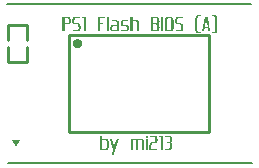
<source format=gto>
G04 Layer: TopSilkLayer*
G04 EasyEDA v6.4.19.4, 2021-05-22T17:12:30+02:00*
G04 60ca6d144bf64f37953a992c9f1d910e,8dc9eacff13444d6b60fd3cb587e6cd5,10*
G04 Gerber Generator version 0.2*
G04 Scale: 100 percent, Rotated: No, Reflected: No *
G04 Dimensions in inches *
G04 leading zeros omitted , absolute positions ,3 integer and 6 decimal *
%FSLAX36Y36*%
%MOIN*%

%ADD10C,0.0100*%
%ADD15C,0.0050*%
%ADD16C,0.0157*%

%LPD*%
G36*
X1153400Y-646400D02*
G01*
X1153400Y-649800D01*
X1158700Y-649800D01*
X1160240Y-649960D01*
X1161480Y-650460D01*
X1162400Y-651260D01*
X1163000Y-652400D01*
X1163360Y-653800D01*
X1163760Y-656840D01*
X1163760Y-696500D01*
X1163360Y-699539D01*
X1163000Y-700900D01*
X1162400Y-702039D01*
X1161480Y-702840D01*
X1160240Y-703340D01*
X1158700Y-703500D01*
X1153400Y-703500D01*
X1153400Y-706900D01*
X1163900Y-706900D01*
X1165500Y-706680D01*
X1166880Y-706060D01*
X1168040Y-704980D01*
X1169000Y-703500D01*
X1169780Y-701760D01*
X1170340Y-700020D01*
X1170680Y-698300D01*
X1170800Y-696600D01*
X1170800Y-656700D01*
X1170680Y-655000D01*
X1170340Y-653280D01*
X1169780Y-651540D01*
X1169000Y-649800D01*
X1168040Y-648319D01*
X1166880Y-647240D01*
X1165500Y-646620D01*
X1163900Y-646400D01*
G37*
G36*
X1105000Y-646400D02*
G01*
X1103360Y-646620D01*
X1101940Y-647240D01*
X1100760Y-648319D01*
X1099800Y-649800D01*
X1099060Y-651540D01*
X1098520Y-653280D01*
X1098200Y-655000D01*
X1098100Y-656700D01*
X1098100Y-696600D01*
X1098200Y-698300D01*
X1098520Y-700020D01*
X1099060Y-701760D01*
X1099800Y-703500D01*
X1100760Y-704980D01*
X1101940Y-706060D01*
X1103360Y-706680D01*
X1105000Y-706900D01*
X1115400Y-706900D01*
X1115400Y-703500D01*
X1110200Y-703500D01*
X1108620Y-703340D01*
X1107380Y-702860D01*
X1106460Y-702039D01*
X1105900Y-700900D01*
X1105500Y-699539D01*
X1105220Y-698080D01*
X1105060Y-696500D01*
X1105000Y-694800D01*
X1105000Y-658500D01*
X1105060Y-656840D01*
X1105220Y-655280D01*
X1105500Y-653800D01*
X1105900Y-652400D01*
X1106460Y-651260D01*
X1107380Y-650460D01*
X1108620Y-649960D01*
X1110200Y-649800D01*
X1115400Y-649800D01*
X1115400Y-646400D01*
G37*
G36*
X1129200Y-653300D02*
G01*
X1123141Y-686200D01*
X1130100Y-686200D01*
X1134400Y-662600D01*
X1138800Y-686200D01*
X1123141Y-686200D01*
X1120600Y-700000D01*
X1127500Y-700000D01*
X1129400Y-689599D01*
X1139400Y-689599D01*
X1141300Y-700000D01*
X1148300Y-700000D01*
X1139600Y-653300D01*
G37*
G36*
X1037500Y-653300D02*
G01*
X1035900Y-653520D01*
X1034500Y-654140D01*
X1033300Y-655220D01*
X1032300Y-656700D01*
X1031560Y-658560D01*
X1031020Y-660620D01*
X1030699Y-662900D01*
X1030600Y-665400D01*
X1030699Y-667880D01*
X1031020Y-670160D01*
X1031560Y-672180D01*
X1032300Y-674000D01*
X1033300Y-675540D01*
X1034500Y-676620D01*
X1035900Y-677280D01*
X1037500Y-677500D01*
X1047900Y-677500D01*
X1048700Y-677660D01*
X1049400Y-678160D01*
X1050000Y-678960D01*
X1050500Y-680100D01*
X1050900Y-681460D01*
X1051180Y-682920D01*
X1051340Y-684500D01*
X1051360Y-687900D01*
X1051000Y-691240D01*
X1050700Y-692900D01*
X1050300Y-694400D01*
X1049700Y-695500D01*
X1048900Y-696200D01*
X1047900Y-696500D01*
X1032300Y-696500D01*
X1032300Y-700000D01*
X1051400Y-700000D01*
X1053000Y-699740D01*
X1054380Y-698920D01*
X1055540Y-697580D01*
X1056500Y-695699D01*
X1057280Y-693480D01*
X1057840Y-691140D01*
X1058180Y-688680D01*
X1058300Y-686100D01*
X1058180Y-683640D01*
X1057840Y-681400D01*
X1057280Y-679340D01*
X1056500Y-677500D01*
X1055540Y-676000D01*
X1054340Y-674920D01*
X1052940Y-674260D01*
X1051300Y-674000D01*
X1041000Y-674000D01*
X1040160Y-673840D01*
X1039440Y-673379D01*
X1038860Y-672600D01*
X1038400Y-671500D01*
X1037800Y-668680D01*
X1037600Y-665400D01*
X1037800Y-662120D01*
X1038040Y-660660D01*
X1038400Y-659300D01*
X1038860Y-658160D01*
X1039440Y-657360D01*
X1040160Y-656860D01*
X1041000Y-656700D01*
X1056600Y-656700D01*
X1056600Y-653300D01*
G37*
G36*
X1002900Y-653300D02*
G01*
X1001300Y-653520D01*
X999920Y-654180D01*
X998760Y-655260D01*
X997800Y-656800D01*
X997020Y-658500D01*
X996460Y-660220D01*
X996120Y-661960D01*
X996000Y-663700D01*
X996000Y-687900D01*
X1003000Y-687900D01*
X1003000Y-665400D01*
X1003199Y-662200D01*
X1003460Y-660740D01*
X1003800Y-659400D01*
X1004400Y-658220D01*
X1005320Y-657380D01*
X1006560Y-656860D01*
X1008100Y-656700D01*
X1013300Y-656700D01*
X1014880Y-656860D01*
X1016140Y-657360D01*
X1017080Y-658160D01*
X1017700Y-659300D01*
X1018060Y-660660D01*
X1018460Y-663700D01*
X1018500Y-687900D01*
X1018439Y-689539D01*
X1018280Y-691100D01*
X1018000Y-692540D01*
X1017600Y-693900D01*
X1017039Y-695040D01*
X1016120Y-695860D01*
X1014880Y-696340D01*
X1013300Y-696500D01*
X1008100Y-696500D01*
X1006560Y-696340D01*
X1005320Y-695879D01*
X1004400Y-695100D01*
X1003800Y-694000D01*
X1003199Y-691180D01*
X1003000Y-687900D01*
X996000Y-687900D01*
X996000Y-689700D01*
X996120Y-691400D01*
X996460Y-693100D01*
X997020Y-694800D01*
X997800Y-696500D01*
X998760Y-698040D01*
X999920Y-699120D01*
X1001300Y-699780D01*
X1002900Y-700000D01*
X1018500Y-700000D01*
X1020140Y-699780D01*
X1021560Y-699120D01*
X1022740Y-698040D01*
X1023700Y-696500D01*
X1024440Y-694800D01*
X1024980Y-693100D01*
X1025300Y-691400D01*
X1025400Y-689700D01*
X1025400Y-663700D01*
X1025300Y-661960D01*
X1024980Y-660220D01*
X1024440Y-658500D01*
X1023700Y-656800D01*
X1022740Y-655260D01*
X1021540Y-654180D01*
X1020140Y-653520D01*
X1018500Y-653300D01*
G37*
G36*
X983800Y-653300D02*
G01*
X983800Y-700000D01*
X990800Y-700000D01*
X990800Y-653300D01*
G37*
G36*
X951000Y-653300D02*
G01*
X951000Y-656700D01*
X968300Y-656700D01*
X969100Y-656860D01*
X969800Y-657360D01*
X970400Y-658160D01*
X970900Y-659300D01*
X971260Y-660660D01*
X971500Y-662120D01*
X971700Y-665400D01*
X971500Y-668640D01*
X971260Y-670080D01*
X970900Y-671400D01*
X970400Y-672500D01*
X969800Y-673300D01*
X969100Y-673800D01*
X968300Y-674000D01*
X961300Y-674000D01*
X961300Y-677500D01*
X968300Y-677500D01*
X969100Y-677660D01*
X969800Y-678160D01*
X970400Y-678960D01*
X970900Y-680100D01*
X971260Y-681460D01*
X971500Y-682920D01*
X971700Y-686200D01*
X971500Y-690680D01*
X971260Y-692440D01*
X970900Y-693900D01*
X970400Y-695000D01*
X969800Y-695800D01*
X969100Y-696300D01*
X968300Y-696500D01*
X957900Y-696500D01*
X957900Y-656700D01*
X951000Y-656700D01*
X951000Y-700000D01*
X971700Y-700000D01*
X973300Y-699780D01*
X974700Y-699120D01*
X975900Y-698040D01*
X976900Y-696500D01*
X978180Y-692180D01*
X978600Y-686200D01*
X978500Y-683700D01*
X978180Y-681420D01*
X977640Y-679360D01*
X976900Y-677500D01*
X976360Y-676580D01*
X975699Y-675800D01*
X976360Y-675000D01*
X976900Y-674000D01*
X977640Y-672180D01*
X978180Y-670140D01*
X978500Y-667880D01*
X978600Y-665400D01*
X978500Y-662920D01*
X978180Y-660639D01*
X977640Y-658620D01*
X976900Y-656800D01*
X975900Y-655260D01*
X974700Y-654180D01*
X973300Y-653520D01*
X971700Y-653300D01*
G37*
G36*
X881800Y-653300D02*
G01*
X881800Y-700000D01*
X888700Y-700000D01*
X888700Y-667099D01*
X899100Y-667099D01*
X900639Y-667300D01*
X901840Y-667800D01*
X902740Y-668600D01*
X903300Y-669700D01*
X903700Y-671060D01*
X903980Y-672520D01*
X904140Y-674100D01*
X904200Y-675800D01*
X904200Y-700000D01*
X911200Y-700000D01*
X911200Y-677500D01*
X911100Y-677500D01*
X911100Y-674000D01*
X911000Y-672300D01*
X910680Y-670580D01*
X910140Y-668840D01*
X909400Y-667099D01*
X908439Y-665620D01*
X907260Y-664539D01*
X905840Y-663920D01*
X904200Y-663700D01*
X888700Y-663700D01*
X888700Y-653300D01*
G37*
G36*
X802099Y-653300D02*
G01*
X802099Y-700000D01*
X809000Y-700000D01*
X809100Y-653300D01*
G37*
G36*
X774400Y-653300D02*
G01*
X774400Y-700000D01*
X781300Y-700000D01*
X781300Y-677500D01*
X791600Y-677500D01*
X791600Y-674100D01*
X781300Y-674100D01*
X781300Y-656700D01*
X796900Y-656700D01*
X796900Y-653300D01*
G37*
G36*
X720699Y-653300D02*
G01*
X720699Y-656800D01*
X727700Y-656700D01*
X727700Y-700000D01*
X734599Y-700000D01*
X734599Y-653300D01*
G37*
G36*
X694800Y-653300D02*
G01*
X693199Y-653520D01*
X691800Y-654140D01*
X690600Y-655220D01*
X689599Y-656700D01*
X688860Y-658560D01*
X688319Y-660620D01*
X688000Y-662900D01*
X687900Y-665400D01*
X688000Y-667880D01*
X688319Y-670160D01*
X688860Y-672180D01*
X689599Y-674000D01*
X690600Y-675540D01*
X691800Y-676620D01*
X693199Y-677280D01*
X694800Y-677500D01*
X705200Y-677500D01*
X706000Y-677660D01*
X706700Y-678160D01*
X707300Y-678960D01*
X707800Y-680100D01*
X708199Y-681460D01*
X708480Y-682920D01*
X708640Y-684500D01*
X708660Y-687900D01*
X708300Y-691240D01*
X708000Y-692900D01*
X707600Y-694400D01*
X707000Y-695500D01*
X706200Y-696200D01*
X705200Y-696500D01*
X689599Y-696500D01*
X689599Y-700000D01*
X708700Y-700000D01*
X710300Y-699740D01*
X711680Y-698920D01*
X712840Y-697580D01*
X713800Y-695699D01*
X714580Y-693480D01*
X715160Y-691140D01*
X715480Y-688680D01*
X715600Y-686100D01*
X715480Y-683640D01*
X715140Y-681400D01*
X714580Y-679340D01*
X713800Y-677500D01*
X712840Y-676000D01*
X711640Y-674920D01*
X710240Y-674260D01*
X708600Y-674000D01*
X698300Y-674000D01*
X697460Y-673840D01*
X696760Y-673379D01*
X696160Y-672600D01*
X695699Y-671500D01*
X695100Y-668680D01*
X694940Y-667099D01*
X694940Y-663700D01*
X695100Y-662120D01*
X695699Y-659300D01*
X696160Y-658160D01*
X696760Y-657360D01*
X697460Y-656860D01*
X698300Y-656700D01*
X713900Y-656700D01*
X713900Y-653300D01*
G37*
G36*
X655000Y-653300D02*
G01*
X655000Y-700000D01*
X662000Y-700000D01*
X662000Y-656700D01*
X672300Y-656700D01*
X673100Y-656860D01*
X673800Y-657360D01*
X674400Y-658160D01*
X674900Y-659300D01*
X675300Y-660660D01*
X675580Y-662120D01*
X675740Y-663700D01*
X675800Y-665400D01*
X675740Y-667080D01*
X675580Y-668640D01*
X675300Y-670080D01*
X674900Y-671400D01*
X674440Y-672500D01*
X673840Y-673300D01*
X673139Y-673800D01*
X672300Y-674000D01*
X665400Y-674000D01*
X665400Y-677500D01*
X675800Y-677500D01*
X677400Y-677280D01*
X678800Y-676620D01*
X680000Y-675540D01*
X681000Y-674000D01*
X681740Y-672180D01*
X682280Y-670140D01*
X682600Y-667880D01*
X682700Y-665400D01*
X682600Y-662900D01*
X682280Y-660620D01*
X681740Y-658560D01*
X681000Y-656700D01*
X680000Y-655220D01*
X678800Y-654140D01*
X677400Y-653520D01*
X675800Y-653300D01*
G37*
G36*
X855699Y-663700D02*
G01*
X854100Y-663860D01*
X852720Y-664320D01*
X851560Y-665100D01*
X850600Y-666200D01*
X849820Y-667660D01*
X849260Y-669440D01*
X848920Y-671560D01*
X848800Y-674000D01*
X848960Y-675699D01*
X849300Y-677280D01*
X849860Y-678740D01*
X850600Y-680100D01*
X851600Y-681200D01*
X852800Y-682000D01*
X854200Y-682500D01*
X855800Y-682700D01*
X866200Y-682700D01*
X867000Y-682800D01*
X867700Y-683120D01*
X868300Y-683660D01*
X868800Y-684400D01*
X869200Y-685400D01*
X869479Y-686600D01*
X869640Y-688000D01*
X869700Y-689599D01*
X869479Y-692620D01*
X869000Y-694700D01*
X868600Y-695420D01*
X868000Y-695939D01*
X867200Y-696320D01*
X866200Y-696500D01*
X850600Y-696500D01*
X850600Y-700000D01*
X869599Y-700000D01*
X871240Y-699840D01*
X872660Y-699340D01*
X873840Y-698540D01*
X874800Y-697400D01*
X875580Y-695939D01*
X876140Y-694140D01*
X876480Y-692039D01*
X876600Y-689599D01*
X876480Y-687200D01*
X876140Y-685100D01*
X875580Y-683300D01*
X874800Y-681800D01*
X873840Y-680660D01*
X872660Y-679860D01*
X871240Y-679360D01*
X869599Y-679200D01*
X859300Y-679200D01*
X858460Y-679100D01*
X857740Y-678780D01*
X857159Y-678240D01*
X856700Y-677500D01*
X856300Y-676600D01*
X856020Y-675720D01*
X855800Y-674000D01*
X856000Y-671000D01*
X856260Y-669800D01*
X856600Y-668800D01*
X857099Y-668060D01*
X857720Y-667520D01*
X858460Y-667200D01*
X859300Y-667099D01*
X874800Y-667099D01*
X874800Y-663700D01*
G37*
G36*
X821200Y-663700D02*
G01*
X821200Y-667099D01*
X833300Y-667099D01*
X834100Y-667220D01*
X834800Y-667560D01*
X835400Y-668120D01*
X835900Y-668900D01*
X836260Y-669860D01*
X836500Y-671020D01*
X836700Y-674000D01*
X836700Y-696500D01*
X824599Y-696500D01*
X823800Y-696400D01*
X823100Y-696080D01*
X822500Y-695540D01*
X822000Y-694800D01*
X821640Y-693840D01*
X821400Y-692640D01*
X821200Y-689599D01*
X821260Y-688000D01*
X821420Y-686600D01*
X821700Y-685400D01*
X822099Y-684400D01*
X822560Y-683660D01*
X823120Y-683120D01*
X823800Y-682800D01*
X824599Y-682700D01*
X833300Y-682700D01*
X833199Y-679300D01*
X821100Y-679300D01*
X819500Y-679460D01*
X818120Y-679940D01*
X816960Y-680759D01*
X816000Y-681900D01*
X815220Y-683319D01*
X814659Y-685080D01*
X814320Y-687159D01*
X814200Y-689599D01*
X814320Y-692039D01*
X814659Y-694140D01*
X815220Y-695939D01*
X816000Y-697400D01*
X816960Y-698540D01*
X818160Y-699340D01*
X819560Y-699840D01*
X821200Y-700000D01*
X843600Y-700000D01*
X843700Y-674000D01*
X843580Y-671600D01*
X843240Y-669520D01*
X842680Y-667760D01*
X841900Y-666300D01*
X840939Y-665160D01*
X839760Y-664360D01*
X838340Y-663860D01*
X836700Y-663700D01*
G37*
G36*
X996300Y-1048300D02*
G01*
X996300Y-1051700D01*
X1010100Y-1051700D01*
X1010939Y-1051860D01*
X1011640Y-1052360D01*
X1012240Y-1053160D01*
X1012700Y-1054300D01*
X1013100Y-1055660D01*
X1013379Y-1057120D01*
X1013540Y-1058700D01*
X1013600Y-1060400D01*
X1013400Y-1063640D01*
X1013139Y-1065080D01*
X1012800Y-1066400D01*
X1012300Y-1067500D01*
X1011680Y-1068300D01*
X1010939Y-1068800D01*
X1010100Y-1069000D01*
X1003199Y-1069000D01*
X1003199Y-1072500D01*
X1010100Y-1072500D01*
X1010939Y-1072660D01*
X1011640Y-1073160D01*
X1012240Y-1073960D01*
X1012700Y-1075100D01*
X1013100Y-1076460D01*
X1013379Y-1077920D01*
X1013540Y-1079500D01*
X1013600Y-1081200D01*
X1013400Y-1085680D01*
X1013139Y-1087440D01*
X1012800Y-1088900D01*
X1012300Y-1090000D01*
X1011680Y-1090800D01*
X1010939Y-1091300D01*
X1010100Y-1091500D01*
X996300Y-1091500D01*
X996300Y-1095000D01*
X1013600Y-1095000D01*
X1015200Y-1094780D01*
X1016600Y-1094120D01*
X1017800Y-1093040D01*
X1018800Y-1091500D01*
X1020080Y-1087180D01*
X1020500Y-1081200D01*
X1020400Y-1078700D01*
X1020080Y-1076420D01*
X1019539Y-1074360D01*
X1018800Y-1072500D01*
X1018240Y-1071580D01*
X1017600Y-1070800D01*
X1018259Y-1070000D01*
X1018800Y-1069000D01*
X1019539Y-1067180D01*
X1020080Y-1065140D01*
X1020400Y-1062880D01*
X1020500Y-1060400D01*
X1020400Y-1057920D01*
X1020080Y-1055640D01*
X1019539Y-1053620D01*
X1018800Y-1051800D01*
X1017800Y-1050260D01*
X1016600Y-1049180D01*
X1015200Y-1048520D01*
X1013600Y-1048300D01*
G37*
G36*
X977200Y-1048300D02*
G01*
X977200Y-1051800D01*
X984200Y-1051700D01*
X984200Y-1095000D01*
X991100Y-1095000D01*
X991100Y-1048300D01*
G37*
G36*
X946100Y-1048300D02*
G01*
X946100Y-1051700D01*
X961700Y-1051700D01*
X962700Y-1052040D01*
X963500Y-1052760D01*
X964100Y-1053840D01*
X964500Y-1055300D01*
X965020Y-1058660D01*
X965160Y-1060360D01*
X965200Y-1062100D01*
X965140Y-1063780D01*
X964980Y-1065340D01*
X964700Y-1066780D01*
X964300Y-1068100D01*
X963800Y-1069240D01*
X963199Y-1070060D01*
X962500Y-1070540D01*
X961700Y-1070700D01*
X951300Y-1070800D01*
X949700Y-1071020D01*
X948300Y-1071640D01*
X947099Y-1072720D01*
X946100Y-1074200D01*
X945360Y-1076060D01*
X944820Y-1078120D01*
X944500Y-1080400D01*
X944400Y-1082900D01*
X944400Y-1095000D01*
X970300Y-1095000D01*
X970300Y-1091500D01*
X951400Y-1091500D01*
X951400Y-1082900D01*
X951600Y-1079620D01*
X952200Y-1076800D01*
X952660Y-1075660D01*
X953240Y-1074860D01*
X953960Y-1074360D01*
X954800Y-1074200D01*
X965100Y-1074200D01*
X966740Y-1073980D01*
X968160Y-1073320D01*
X969340Y-1072240D01*
X970300Y-1070700D01*
X971040Y-1068860D01*
X971580Y-1066800D01*
X971900Y-1064540D01*
X972000Y-1062100D01*
X971900Y-1059560D01*
X971580Y-1057120D01*
X971040Y-1054800D01*
X970300Y-1052600D01*
X969340Y-1050720D01*
X968180Y-1049380D01*
X966800Y-1048560D01*
X965200Y-1048300D01*
G37*
G36*
X932300Y-1048300D02*
G01*
X932300Y-1055200D01*
X939200Y-1055200D01*
X939200Y-1048300D01*
G37*
G36*
X780000Y-1048300D02*
G01*
X780000Y-1095000D01*
X802500Y-1095000D01*
X804100Y-1094780D01*
X805480Y-1094120D01*
X806640Y-1093040D01*
X807600Y-1091500D01*
X808379Y-1089760D01*
X808960Y-1088020D01*
X809280Y-1086300D01*
X809400Y-1084600D01*
X809400Y-1069000D01*
X809280Y-1067300D01*
X808940Y-1065580D01*
X808379Y-1063840D01*
X807600Y-1062100D01*
X806640Y-1060620D01*
X805480Y-1059540D01*
X804100Y-1058920D01*
X802500Y-1058700D01*
X790400Y-1058700D01*
X790400Y-1062100D01*
X797300Y-1062100D01*
X798840Y-1062300D01*
X800080Y-1062800D01*
X801000Y-1063600D01*
X801600Y-1064700D01*
X802000Y-1066060D01*
X802280Y-1067520D01*
X802440Y-1069100D01*
X802500Y-1070800D01*
X802500Y-1082900D01*
X802440Y-1084540D01*
X802280Y-1086100D01*
X802000Y-1087540D01*
X801600Y-1088900D01*
X801000Y-1090040D01*
X800080Y-1090860D01*
X798840Y-1091340D01*
X797300Y-1091500D01*
X786900Y-1091500D01*
X786900Y-1048300D01*
G37*
G36*
X932300Y-1058700D02*
G01*
X932300Y-1095000D01*
X939200Y-1095000D01*
X939200Y-1058700D01*
G37*
G36*
X882000Y-1058700D02*
G01*
X882000Y-1095000D01*
X889000Y-1095000D01*
X889000Y-1062100D01*
X901100Y-1062100D01*
X901100Y-1095000D01*
X908000Y-1095000D01*
X908000Y-1062100D01*
X915000Y-1062100D01*
X916540Y-1062260D01*
X917780Y-1062740D01*
X918700Y-1063560D01*
X919300Y-1064700D01*
X919659Y-1066060D01*
X920060Y-1069100D01*
X920100Y-1095000D01*
X927099Y-1095000D01*
X927099Y-1069000D01*
X926979Y-1067300D01*
X926640Y-1065580D01*
X926080Y-1063840D01*
X925300Y-1062100D01*
X924340Y-1060620D01*
X923180Y-1059540D01*
X921800Y-1058920D01*
X920200Y-1058700D01*
G37*
G36*
X814599Y-1058700D02*
G01*
X824900Y-1094700D01*
X819800Y-1112300D01*
X826700Y-1112300D01*
X831700Y-1095000D01*
X831900Y-1095000D01*
X831800Y-1094700D01*
X842300Y-1058700D01*
X835300Y-1058700D01*
X828300Y-1082700D01*
X821500Y-1058700D01*
G37*
G36*
X487500Y-1062500D02*
G01*
X500000Y-1087500D01*
X512500Y-1062500D01*
G37*
D15*
X472500Y-1140000D02*
G01*
X1287500Y-1140000D01*
X470000Y-610000D02*
G01*
X1285000Y-610000D01*
D10*
X1142282Y-713582D02*
G01*
X1142282Y-1036417D01*
X677716Y-713582D02*
G01*
X677716Y-1036417D01*
X677716Y-713582D02*
G01*
X1142282Y-713582D01*
X1142282Y-1036417D02*
G01*
X677716Y-1036417D01*
X535435Y-679767D02*
G01*
X472440Y-679767D01*
X472642Y-752626D02*
G01*
X472642Y-801837D01*
X535635Y-752626D02*
G01*
X535635Y-801837D01*
X472440Y-728980D02*
G01*
X472440Y-679767D01*
X535435Y-728980D02*
G01*
X535435Y-679767D01*
X535635Y-801837D02*
G01*
X472642Y-801837D01*
D16*
G75*
G01*
X705225Y-733268D02*
G03*
X705325Y-733268I50J-7874D01*
M02*

</source>
